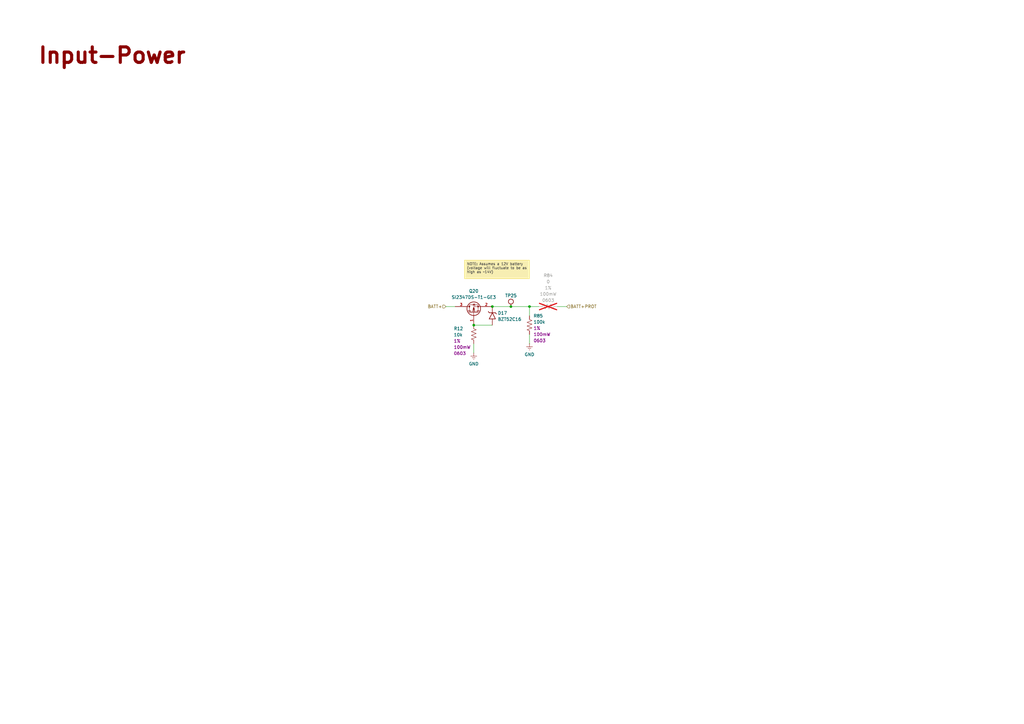
<source format=kicad_sch>
(kicad_sch (version 20250114) (generator "eeschema") (generator_version "9.0")
  (paper "A3")
  (lib_symbols
    (symbol "-Diodes-Zener:BZT52C16" (pin_numbers (hide yes)) (pin_names (hide yes))
      (property "Reference" "D" (at 0 -7.62 0))
      (property "Value" "BZT52C16" (at 0 -11.43 0))
      (symbol "BZT52C16_0_1"
        (polyline (pts (xy 2.54 1.27) (xy 2.54 -1.27) (xy 5.08 0) (xy 2.54 1.27)) (stroke (width 0.254)))
      )
      (symbol "BZT52C16_1_1"
        (polyline (pts (xy 4.572 -1.651) (xy 5.08 -1.27)) (stroke (width 0.254)))
        (polyline (pts (xy 5.08 1.27) (xy 5.08 -1.27)) (stroke (width 0.254)))
        (polyline (pts (xy 5.08 1.27) (xy 5.588 1.651)) (stroke (width 0.254)))
        (pin passive line (at 0 0 0) (length 2.54) (name "A") (number "2"))
        (pin passive line (at 7.62 0 180) (length 2.54) (name "K") (number "1"))
      )
    )
    (symbol "-MOSFET-P-Channel:SI2347DS-T1-GE3" (pin_names (hide yes))
      (property "Reference" "Q" (at 0 -19.05 0))
      (property "Value" "SI2347DS-T1-GE3" (at 0 -22.86 0))
      (symbol "SI2347DS-T1-GE3_0_1"
        (polyline (pts (xy 5.334 1.905) (xy 5.334 -1.905)) (stroke (width 0.254)))
        (polyline (pts (xy 5.334 0) (xy 3.937 0)))
        (polyline (pts (xy 5.842 2.286) (xy 5.842 1.27)) (stroke (width 0.254)))
        (polyline (pts (xy 5.842 1.778) (xy 8.382 1.778) (xy 8.382 -1.778) (xy 5.842 -1.778)))
        (polyline (pts (xy 5.842 0.508) (xy 5.842 -0.508)) (stroke (width 0.254)))
        (polyline (pts (xy 5.842 -1.27) (xy 5.842 -2.286)) (stroke (width 0.254)))
        (circle (center 6.731 0) (radius 2.794) (stroke (width 0.254)))
        (polyline (pts (xy 7.366 0) (xy 6.35 0.381) (xy 6.35 -0.381) (xy 7.366 0)) (fill (type outline)))
        (polyline (pts (xy 7.62 2.54) (xy 7.62 1.778)))
        (circle (center 7.62 1.778) (radius 0.254) (fill (type outline)))
        (circle (center 7.62 -1.778) (radius 0.254) (fill (type outline)))
        (polyline (pts (xy 7.62 -2.54) (xy 7.62 0) (xy 5.842 0)))
        (polyline (pts (xy 7.874 -0.508) (xy 8.001 -0.381) (xy 8.763 -0.381) (xy 8.89 -0.254)))
        (polyline (pts (xy 8.382 -0.381) (xy 8.001 0.254) (xy 8.763 0.254) (xy 8.382 -0.381)))
      )
      (symbol "SI2347DS-T1-GE3_1_1"
        (pin passive line (at 0 0 0) (length 3.937) (name "G") (number "1"))
        (pin passive line (at 7.62 7.62 270) (length 4.953) (name "D") (number "3"))
        (pin passive line (at 7.62 -7.62 90) (length 4.953) (name "S") (number "2"))
      )
    )
    (symbol "-R-SMD-0603:R-0603-0-1%-100mW-1500PPM" (pin_numbers (hide yes)) (pin_names (hide yes))
      (property "Reference" "R" (at 0 -7.62 0))
      (property "Value" "0" (at 0 -11.43 0))
      (property "Tolerance" "1%" (at 0 -26.67 0))
      (property "Power Rating" "100mW" (at 0 -30.48 0))
      (property "Case/Package" "0603" (at 0 -34.29 0))
      (symbol "R-0603-0-1%-100mW-1500PPM_0_1"
        (polyline (pts (xy 1.524 0) (xy 1.27 0)))
        (polyline (pts (xy 1.524 0) (xy 1.905 1.016) (xy 2.286 0) (xy 2.667 -1.016) (xy 3.048 0)))
        (polyline (pts (xy 3.048 0) (xy 3.429 1.016) (xy 3.81 0) (xy 4.191 -1.016) (xy 4.572 0)))
        (polyline (pts (xy 4.572 0) (xy 4.953 1.016) (xy 5.334 0) (xy 5.715 -1.016) (xy 6.096 0)))
        (polyline (pts (xy 6.096 0) (xy 6.35 0)))
      )
      (symbol "R-0603-0-1%-100mW-1500PPM_1_1"
        (pin passive line (at 0 0 0) (length 1.27) (name "1") (number "1"))
        (pin passive line (at 7.62 0 180) (length 1.27) (name "2") (number "2"))
      )
    )
    (symbol "-R-SMD-0603:R-0603-100k-1%-100mW-100PPM" (pin_numbers (hide yes)) (pin_names (hide yes))
      (property "Reference" "R" (at 0 -7.62 0))
      (property "Value" "100k" (at 0 -11.43 0))
      (property "Tolerance" "1%" (at 0 -26.67 0))
      (property "Power Rating" "100mW" (at 0 -30.48 0))
      (property "Case/Package" "0603" (at 0 -34.29 0))
      (symbol "R-0603-100k-1%-100mW-100PPM_0_1"
        (polyline (pts (xy 1.524 0) (xy 1.27 0)))
        (polyline (pts (xy 1.524 0) (xy 1.905 1.016) (xy 2.286 0) (xy 2.667 -1.016) (xy 3.048 0)))
        (polyline (pts (xy 3.048 0) (xy 3.429 1.016) (xy 3.81 0) (xy 4.191 -1.016) (xy 4.572 0)))
        (polyline (pts (xy 4.572 0) (xy 4.953 1.016) (xy 5.334 0) (xy 5.715 -1.016) (xy 6.096 0)))
        (polyline (pts (xy 6.096 0) (xy 6.35 0)))
      )
      (symbol "R-0603-100k-1%-100mW-100PPM_1_1"
        (pin passive line (at 0 0 0) (length 1.27) (name "1") (number "1"))
        (pin passive line (at 7.62 0 180) (length 1.27) (name "2") (number "2"))
      )
    )
    (symbol "-R-SMD-0603:R-0603-10k-1%-100mW-100PPM" (pin_numbers (hide yes)) (pin_names (hide yes))
      (property "Reference" "R" (at 0 -7.62 0))
      (property "Value" "10k" (at 0 -11.43 0))
      (property "Tolerance" "1%" (at 0 -26.67 0))
      (property "Power Rating" "100mW" (at 0 -30.48 0))
      (property "Case/Package" "0603" (at 0 -34.29 0))
      (symbol "R-0603-10k-1%-100mW-100PPM_0_1"
        (polyline (pts (xy 1.524 0) (xy 1.27 0)))
        (polyline (pts (xy 1.524 0) (xy 1.905 1.016) (xy 2.286 0) (xy 2.667 -1.016) (xy 3.048 0)))
        (polyline (pts (xy 3.048 0) (xy 3.429 1.016) (xy 3.81 0) (xy 4.191 -1.016) (xy 4.572 0)))
        (polyline (pts (xy 4.572 0) (xy 4.953 1.016) (xy 5.334 0) (xy 5.715 -1.016) (xy 6.096 0)))
        (polyline (pts (xy 6.096 0) (xy 6.35 0)))
      )
      (symbol "R-0603-10k-1%-100mW-100PPM_1_1"
        (pin passive line (at 0 0 0) (length 1.27) (name "1") (number "1"))
        (pin passive line (at 7.62 0 180) (length 1.27) (name "2") (number "2"))
      )
    )
    (symbol "-Test-Points:Square-Pad-1mm" (pin_numbers (hide yes)) (pin_names (hide yes))
      (property "Reference" "TP" (at 0 -11.43 0))
      (symbol "Square-Pad-1mm_1_1"
        (circle (center 0 2.032) (radius 1.016) (stroke (width 0.254)))
        (pin passive line (at 0 0 90) (length 0.9906) (name "1") (number "1"))
      )
    )
    (symbol "power:Earth" (power) (pin_numbers (hide yes)) (pin_names (offset 0) (hide yes))
      (property "Value" "Earth" (at 0 -3.81 0))
      (symbol "Earth_0_1"
        (polyline (pts (xy -0.635 -1.905) (xy 0.635 -1.905)))
        (polyline (pts (xy -0.127 -2.54) (xy 0.127 -2.54)))
        (polyline (pts (xy 0 -1.27) (xy 0 0)))
        (polyline (pts (xy 1.27 -1.27) (xy -1.27 -1.27)))
      )
      (symbol "Earth_1_1"
        (pin power_in line (at 0 0 270) (length 0) (name "~") (number "1"))
      )
    )
  )
  (text "Input-Power" (at 15.24 26.67 0) (effects (font (size 6.35 6.35) (thickness 1.27) (bold yes)) (justify left bottom)))
  (text_box "NOTE: Assumes a 12V battery\n(voltage will fluctuate to be as high as ~14V)" (at 190.5 106.68 0) (size 26.67 7.62) (margins 0.9525 0.9525 0.9525 0.9525) (stroke (width 0) (color 245 223 85 1)) (fill (type color) (color 247 238 178 1)) (effects (font (size 1.016 1.016)) (justify left top)))
  (junction (at 194.31 133.35))
  (junction (at 217.17 125.73))
  (junction (at 209.55 125.73))
  (junction (at 201.93 125.73))
  (wire (pts (xy 194.31 133.35) (xy 201.93 133.35)))
  (wire (pts (xy 201.93 125.73) (xy 209.55 125.73)))
  (wire (pts (xy 217.17 137.16) (xy 217.17 140.97)))
  (wire (pts (xy 209.55 125.73) (xy 217.17 125.73)))
  (wire (pts (xy 182.88 125.73) (xy 186.69 125.73)))
  (wire (pts (xy 217.17 125.73) (xy 220.98 125.73)))
  (wire (pts (xy 217.17 125.73) (xy 217.17 129.54)))
  (wire (pts (xy 194.31 140.97) (xy 194.31 144.78)))
  (wire (pts (xy 232.41 125.73) (xy 228.6 125.73)))
  (hierarchical_label "BATT+PROT" (shape input) (at 232.41 125.73 0))
  (hierarchical_label "BATT+" (shape input) (at 182.88 125.73 180))
  (symbol (lib_id "-Test-Points:Square-Pad-1mm") (at 209.55 125.73 0) (unit 1)
    (property "Reference" "TP25" (at 207.1233 121.2524 0) (effects (justify left)))
    (property "Footprint" "TestPoint:TestPoint_Pad_1.0x1.0mm" (effects (hide yes)))
    (property "Description" "Square Pad 1mm" (effects (hide yes)))
  )
  (symbol (lib_id "-R-SMD-0603:R-0603-10k-1%-100mW-100PPM") (at 194.31 140.97 90) (unit 1)
    (property "Reference" "R12" (at 186.0706 134.7826 90) (effects (justify right)))
    (property "Value" "10k" (at 186.0706 137.3226 90) (effects (justify right)))
    (property "Footprint" "Resistor_SMD:R_0603_1608Metric_Pad0.98x0.95mm_HandSolder" (effects (hide yes)))
    (property "Datasheet" "https://jlcpcb.com/api/file/downloadByFileSystemAccessId/8579706381320323072" (effects (hide yes)))
    (property "Description" "10kΩ 0603 JLCPCB Basic Resistor" (effects (hide yes)))
    (property "Tolerance" "1%" (at 186.0706 139.8626 90) (effects (justify right)))
    (property "Power Rating" "100mW" (at 186.0706 142.4026 90) (effects (justify right)))
    (property "Case/Package" "0603" (at 186.0706 144.9426 90) (effects (justify right)))
    (property "Link" "https://jlcpcb.com/partdetail/26547-0603WAF1002T5E/C25804" (effects (hide yes)))
    (property "Manufacturer" "UNI-ROYAL" (effects (hide yes)))
    (property "Manufacturer P/N" "0603WAF1002T5E" (effects (hide yes)))
    (property "Digikey P/N" "541-10.0KHCT-ND" (effects (hide yes)))
    (property "Mouser P/N" "71-CRCW0603-10K-E3" (effects (hide yes)))
    (property "LCSC P/N" "C25804" (effects (hide yes)))
  )
  (symbol (lib_id "-R-SMD-0603:R-0603-100k-1%-100mW-100PPM") (at 217.17 137.16 90) (unit 1)
    (property "Reference" "R85" (at 218.7927 129.54 90) (effects (justify right)))
    (property "Value" "100k" (at 218.7927 132.08 90) (effects (justify right)))
    (property "Footprint" "Resistor_SMD:R_0603_1608Metric_Pad0.98x0.95mm_HandSolder" (effects (hide yes)))
    (property "Datasheet" "https://jlcpcb.com/api/file/downloadByFileSystemAccessId/8579706350726930432" (effects (hide yes)))
    (property "Description" "100kΩ 0603 JLCPCB Basic Resistor" (effects (hide yes)))
    (property "Tolerance" "1%" (at 218.7927 134.62 90) (effects (justify right)))
    (property "Power Rating" "100mW" (at 218.7927 137.16 90) (effects (justify right)))
    (property "Case/Package" "0603" (at 218.7927 139.7 90) (effects (justify right)))
    (property "Link" "https://jlcpcb.com/partdetail/26546-0603WAF1003T5E/C25803" (effects (hide yes)))
    (property "Manufacturer" "UNI-ROYAL" (effects (hide yes)))
    (property "Manufacturer P/N" "0603WAF1003T5E" (effects (hide yes)))
    (property "Digikey P/N" "RG16P100KBCT-ND" (effects (hide yes)))
    (property "Mouser P/N" "754-RG1608P-104-B-T5" (effects (hide yes)))
    (property "LCSC P/N" "C25803" (effects (hide yes)))
  )
  (symbol (lib_id "-MOSFET-P-Channel:SI2347DS-T1-GE3") (at 194.31 133.35 90) (unit 1)
    (property "Reference" "Q20" (at 194.31 119.38 90))
    (property "Value" "SI2347DS-T1-GE3" (at 194.31 121.92 90))
    (property "Footprint" "Package_TO_SOT_SMD:SOT-23-3" (effects (hide yes)))
    (property "Datasheet" "https://www.vishay.com/docs/62827/si2347ds.pdf" (effects (hide yes)))
    (property "Description" "P-Channel 30 V 5A (Tc) 1.7W (Tc) Surface Mount SOT-23-3 (TO-236)" (effects (hide yes)))
    (property "Link" "https://www.digikey.com/en/products/detail/vishay-siliconix/SI2347DS-T1-GE3/4496222?s=N4IgTCBcDaIMoEkwGYAsB2AInAtAFQEYcBxAUWQGE8cA5TEAXQF8g" (effects (hide yes)))
    (property "Manufacturer" "Vishay" (effects (hide yes)))
    (property "Manufacturer P/N" "SI2347DS-T1-GE3" (effects (hide yes)))
    (property "Digikey P/N" "SI2347DS-T1-GE3CT-ND" (effects (hide yes)))
    (property "Mouser P/N" "78-SI2347DS-T1-GE3" (effects (hide yes)))
    (property "LCSC P/N" "C145002" (effects (hide yes)))
  )
  (symbol (lib_id "power:Earth") (at 217.17 140.97 0) (unit 1)
    (property "Reference" "#PWR054" (effects (hide yes)))
    (property "Value" "GND" (at 217.17 145.415 0))
    (property "Description" "Power symbol creates a global label with name \"Earth\"" (effects (hide yes)))
  )
  (symbol (lib_id "-Diodes-Zener:BZT52C16") (at 201.93 133.35 90) (unit 1)
    (property "Reference" "D17" (at 204.1128 128.3974 90) (effects (justify right)))
    (property "Value" "BZT52C16" (at 204.1128 130.9374 90) (effects (justify right)))
    (property "Footprint" "Diode_SMD:D_SOD-123" (effects (hide yes)))
    (property "Datasheet" "https://diotec.com/request/datasheet/bzt52c2v4.pdf" (effects (hide yes)))
    (property "Description" "Zener Diode 16 V 500 mW ±5% Surface Mount SOD-123F" (effects (hide yes)))
    (property "Link" "https://www.digikey.com/en/products/detail/diotec-semiconductor/BZT52C16/22192605?s=N4IgTCBcDaICwA4DsCC0AhAWgFQKxgGEBGANgO1QDkAREAXQF8g" (effects (hide yes)))
    (property "Manufacturer" "Diotec" (effects (hide yes)))
    (property "Manufacturer P/N" "BZT52C16" (effects (hide yes)))
    (property "Digikey P/N" "4878-BZT52C16CT-ND" (effects (hide yes)))
    (property "Mouser P/N" "637-BZT52C16" (effects (hide yes)))
    (property "LCSC P/N" "C2105" (effects (hide yes)))
  )
  (symbol (lib_id "power:Earth") (at 194.31 144.78 0) (unit 1)
    (property "Reference" "#PWR052" (effects (hide yes)))
    (property "Value" "GND" (at 194.31 149.225 0))
    (property "Description" "Power symbol creates a global label with name \"Earth\"" (effects (hide yes)))
  )
  (symbol (lib_id "-R-SMD-0603:R-0603-0-1%-100mW-1500PPM") (at 220.98 125.73 0) (unit 1) (dnp yes)
    (property "Reference" "R84" (at 224.8448 112.9934 0))
    (property "Value" "0" (at 224.8448 115.5334 0))
    (property "Footprint" "Resistor_SMD:R_0603_1608Metric_Pad0.98x0.95mm_HandSolder" (effects (hide yes)))
    (property "Datasheet" "https://jlcpcb.com/api/file/downloadByFileSystemAccessId/8578255895094087680" (effects (hide yes)))
    (property "Description" "0Ω 0603 JLCPCB Basic Resistor" (effects (hide yes)))
    (property "Tolerance" "1%" (at 224.8448 118.0734 0))
    (property "Power Rating" "100mW" (at 224.8448 120.6134 0))
    (property "Case/Package" "0603" (at 224.8448 123.1534 0))
    (property "Link" "https://jlcpcb.com/partdetail/21903-0603WAF0000T5E/C21189" (effects (hide yes)))
    (property "Manufacturer" "UNI-ROYAL" (effects (hide yes)))
    (property "Manufacturer P/N" "0603WAF0000T5E" (effects (hide yes)))
    (property "Digikey P/N" "311-0.0GRCT-ND" (effects (hide yes)))
    (property "Mouser P/N" "603-RC0603JR-070RL" (effects (hide yes)))
    (property "LCSC P/N" "C21189" (effects (hide yes)))
  )
)
</source>
